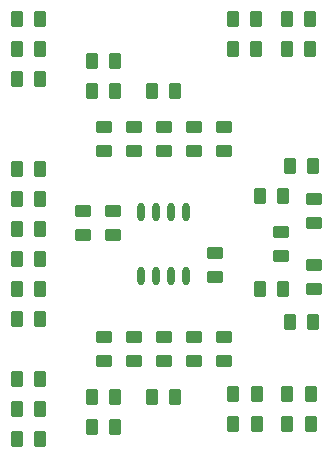
<source format=gtp>
G04 Layer_Color=8421504*
%FSLAX25Y25*%
%MOIN*%
G70*
G01*
G75*
G04:AMPARAMS|DCode=10|XSize=39.37mil|YSize=51.18mil|CornerRadius=4.92mil|HoleSize=0mil|Usage=FLASHONLY|Rotation=0.000|XOffset=0mil|YOffset=0mil|HoleType=Round|Shape=RoundedRectangle|*
%AMROUNDEDRECTD10*
21,1,0.03937,0.04134,0,0,0.0*
21,1,0.02953,0.05118,0,0,0.0*
1,1,0.00984,0.01476,-0.02067*
1,1,0.00984,-0.01476,-0.02067*
1,1,0.00984,-0.01476,0.02067*
1,1,0.00984,0.01476,0.02067*
%
%ADD10ROUNDEDRECTD10*%
G04:AMPARAMS|DCode=11|XSize=39.37mil|YSize=51.18mil|CornerRadius=4.92mil|HoleSize=0mil|Usage=FLASHONLY|Rotation=270.000|XOffset=0mil|YOffset=0mil|HoleType=Round|Shape=RoundedRectangle|*
%AMROUNDEDRECTD11*
21,1,0.03937,0.04134,0,0,270.0*
21,1,0.02953,0.05118,0,0,270.0*
1,1,0.00984,-0.02067,-0.01476*
1,1,0.00984,-0.02067,0.01476*
1,1,0.00984,0.02067,0.01476*
1,1,0.00984,0.02067,-0.01476*
%
%ADD11ROUNDEDRECTD11*%
%ADD12O,0.02362X0.06102*%
D10*
X107063Y70000D02*
D03*
X114937D02*
D03*
Y101000D02*
D03*
X107063D02*
D03*
X26063Y100000D02*
D03*
X33937D02*
D03*
Y70000D02*
D03*
X26063D02*
D03*
X33937Y150000D02*
D03*
X26063D02*
D03*
Y30000D02*
D03*
X33937D02*
D03*
X105937Y160000D02*
D03*
X98063D02*
D03*
X98126Y35000D02*
D03*
X106000D02*
D03*
X117063Y59000D02*
D03*
X124937D02*
D03*
X26063Y90000D02*
D03*
X33937D02*
D03*
Y80000D02*
D03*
X26063D02*
D03*
X33937Y110000D02*
D03*
X26063D02*
D03*
Y60000D02*
D03*
X33937D02*
D03*
X26063Y140000D02*
D03*
X33937D02*
D03*
Y20000D02*
D03*
X26063D02*
D03*
X105937Y150000D02*
D03*
X98063D02*
D03*
X98126Y25000D02*
D03*
X106000D02*
D03*
X123937Y150000D02*
D03*
X116063D02*
D03*
X116126Y25000D02*
D03*
X124000D02*
D03*
X33937Y160000D02*
D03*
X26063D02*
D03*
Y40000D02*
D03*
X33937D02*
D03*
X123937Y160000D02*
D03*
X116063D02*
D03*
X116126Y35000D02*
D03*
X124000D02*
D03*
X51063Y146000D02*
D03*
X58937D02*
D03*
Y24000D02*
D03*
X51063D02*
D03*
X58937Y136000D02*
D03*
X51063D02*
D03*
Y34000D02*
D03*
X58937D02*
D03*
X71063Y136000D02*
D03*
X78937D02*
D03*
Y34000D02*
D03*
X71063D02*
D03*
X124937Y111000D02*
D03*
X117063D02*
D03*
D11*
X92000Y81937D02*
D03*
Y74063D02*
D03*
X125000Y70063D02*
D03*
Y77937D02*
D03*
X114000Y88937D02*
D03*
Y81063D02*
D03*
X85000Y116063D02*
D03*
Y123937D02*
D03*
Y46063D02*
D03*
Y53937D02*
D03*
X75000Y116063D02*
D03*
Y123937D02*
D03*
Y46063D02*
D03*
Y53937D02*
D03*
X58000Y95937D02*
D03*
Y88063D02*
D03*
X125000Y92063D02*
D03*
Y99937D02*
D03*
X48000Y88063D02*
D03*
Y95937D02*
D03*
X65000Y116063D02*
D03*
Y123937D02*
D03*
Y46063D02*
D03*
Y53937D02*
D03*
X55000Y123937D02*
D03*
Y116063D02*
D03*
Y53937D02*
D03*
Y46063D02*
D03*
X95000Y116063D02*
D03*
Y123937D02*
D03*
Y46063D02*
D03*
Y53937D02*
D03*
D12*
X67500Y74370D02*
D03*
X72500D02*
D03*
X77500D02*
D03*
X82500D02*
D03*
X67500Y95630D02*
D03*
X72500D02*
D03*
X77500D02*
D03*
X82500D02*
D03*
M02*

</source>
